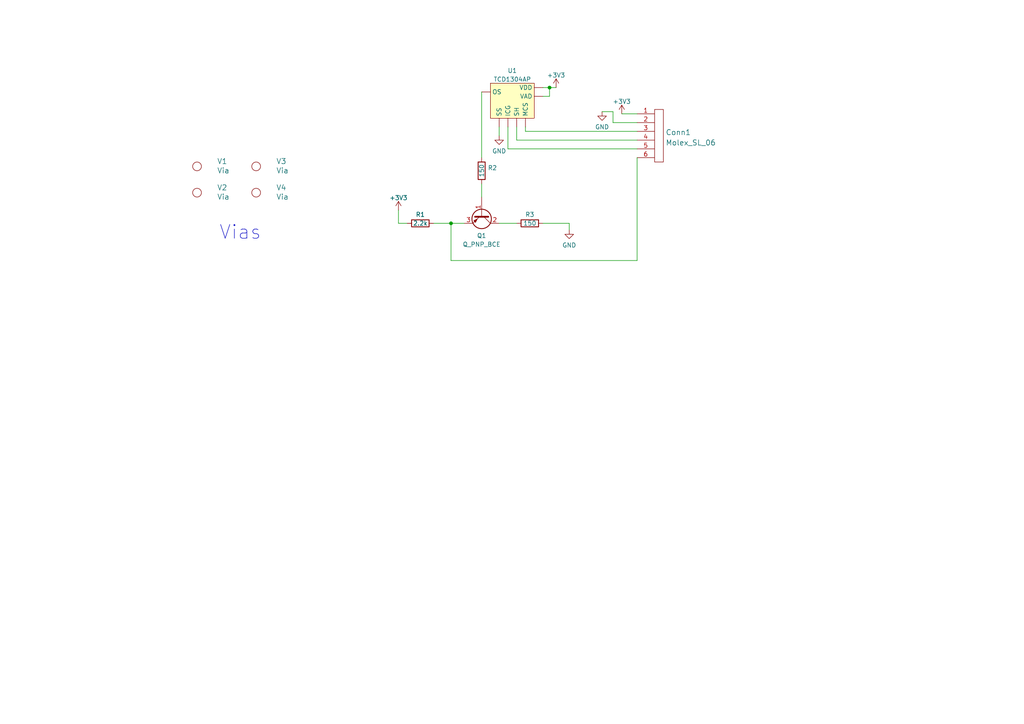
<source format=kicad_sch>
(kicad_sch (version 20211123) (generator eeschema)
  (paper "A4")
  (lib_symbols
    (symbol "Device:Q_PNP_BCE" (pin_names (offset 0) hide)
      (property "Reference" "Q" (at 5.08 1.27 0))
      (property "Value" "Q_PNP_BCE" (at 5.08 -1.27 0))
      (symbol "Q_PNP_BCE_0_1"
        (polyline (pts (xy 0.635 0.635) (xy 2.54 2.54)))
        (polyline (pts (xy 0.635 -0.635) (xy 2.54 -2.54) (xy 2.54 -2.54)))
        (polyline (pts (xy 0.635 1.905) (xy 0.635 -1.905) (xy 0.635 -1.905)) (stroke (width 0.508)))
        (polyline (pts (xy 2.286 -1.778) (xy 1.778 -2.286) (xy 1.27 -1.27) (xy 2.286 -1.778) (xy 2.286 -1.778)) (fill (type outline)))
        (circle (center 1.27 0) (radius 2.8194) (stroke (width 0.254)))
      )
      (symbol "Q_PNP_BCE_1_1"
        (pin input line (at -5.08 0 0) (length 5.715) (name "B") (number "1"))
        (pin passive line (at 2.54 5.08 270) (length 2.54) (name "C") (number "2"))
        (pin passive line (at 2.54 -5.08 90) (length 2.54) (name "E") (number "3"))
      )
    )
    (symbol "Device:R" (pin_numbers hide) (pin_names (offset 0))
      (property "Reference" "R" (at 2.032 0 90))
      (property "Value" "R" (at 0 0 90))
      (symbol "R_0_1"
        (rectangle (start -1.016 -2.54) (end 1.016 2.54) (stroke (width 0.254)))
      )
      (symbol "R_1_1"
        (pin passive line (at 0 3.81 270) (length 1.27) (name "~") (number "1"))
        (pin passive line (at 0 -3.81 90) (length 1.27) (name "~") (number "2"))
      )
    )
    (symbol "MRDT_Drill_Holes:Via" (pin_names (offset 1.016))
      (property "Reference" "V" (at 0 -2.54 0))
      (property "Value" "Via" (at 0 2.54 0))
      (symbol "Via_0_1"
        (circle (center 0 0) (radius 1.27))
      )
      (symbol "Via_1_1"
        (pin input line (at 0 0 0) (length 5.08) hide (name "~") (number "1"))
      )
    )
    (symbol "Molex_SL_06:Molex_SL_06" (pin_names (offset 1.016))
      (property "Reference" "Conn" (at 3.81 -1.27 0))
      (property "Value" "Molex_SL_06" (at 1.27 13.97 0))
      (symbol "Molex_SL_06_0_1"
        (rectangle (start 0 12.7) (end 2.54 -2.54))
      )
      (symbol "Molex_SL_06_1_1"
        (pin input line (at -5.08 11.43 0) (length 5) (name "~") (number "1"))
        (pin input line (at -5.08 8.89 0) (length 5) (name "~") (number "2"))
        (pin input line (at -5.08 6.35 0) (length 5) (name "~") (number "3"))
        (pin input line (at -5.08 3.81 0) (length 5) (name "~") (number "4"))
        (pin input line (at -5.08 1.27 0) (length 5) (name "~") (number "5"))
        (pin input line (at -5.08 -1.27 0) (length 5) (name "") (number "6"))
      )
    )
    (symbol "TCD1304AP:TCD1304AP"
      (property "Reference" "U" (at -7.62 -6.35 0))
      (property "Value" "TCD1304AP" (at -15.24 -3.81 0))
      (symbol "TCD1304AP_0_1"
        (rectangle (start -6.35 5.08) (end 6.35 -5.08) (stroke (width 0.1524)) (fill (type background)))
      )
      (symbol "TCD1304AP_1_1"
        (pin input line (at 1.27 -7.62 90) (length 2.54) (name "ICG") (number ""))
        (pin input line (at -3.81 -7.62 90) (length 2.54) (name "MCS") (number ""))
        (pin output line (at 8.89 2.54 180) (length 2.54) (name "OS") (number ""))
        (pin input line (at -1.27 -7.62 90) (length 2.54) (name "SH") (number ""))
        (pin input line (at 3.81 -7.62 90) (length 2.54) (name "SS") (number ""))
        (pin input line (at -8.89 1.27 0) (length 2.54) (name "VAD") (number ""))
        (pin input line (at -8.89 3.81 0) (length 2.54) (name "VDD") (number ""))
      )
    )
    (symbol "power:+3V3" (power) (pin_names (offset 0))
      (property "Value" "+3V3" (at 0 3.556 0))
      (symbol "+3V3_0_1"
        (polyline (pts (xy -0.762 1.27) (xy 0 2.54)))
        (polyline (pts (xy 0 0) (xy 0 2.54)))
        (polyline (pts (xy 0 2.54) (xy 0.762 1.27)))
      )
      (symbol "+3V3_1_1"
        (pin power_in line (at 0 0 90) (length 0) hide (name "+3V3") (number "1"))
      )
    )
    (symbol "power:GND" (power) (pin_names (offset 0))
      (property "Value" "GND" (at 0 -3.81 0))
      (symbol "GND_0_1"
        (polyline (pts (xy 0 0) (xy 0 -1.27) (xy 1.27 -1.27) (xy 0 -2.54) (xy -1.27 -1.27) (xy 0 -1.27)))
      )
      (symbol "GND_1_1"
        (pin power_in line (at 0 0 270) (length 0) hide (name "GND") (number "1"))
      )
    )
  )
  (junction (at 159.385 25.4))
  (junction (at 130.81 64.77))
  (wire (pts (xy 177.8 35.56) (xy 177.8 32.385)))
  (wire (pts (xy 184.785 40.64) (xy 149.86 40.64)))
  (wire (pts (xy 149.86 40.64) (xy 149.86 36.83)))
  (wire (pts (xy 180.34 33.02) (xy 184.785 33.02)))
  (wire (pts (xy 147.32 43.18) (xy 147.32 36.83)))
  (wire (pts (xy 184.785 35.56) (xy 177.8 35.56)))
  (wire (pts (xy 125.73 64.77) (xy 130.81 64.77)))
  (wire (pts (xy 184.785 38.1) (xy 152.4 38.1)))
  (wire (pts (xy 144.78 64.77) (xy 149.86 64.77)))
  (wire (pts (xy 159.385 27.94) (xy 159.385 25.4)))
  (wire (pts (xy 184.785 75.565) (xy 184.785 45.72)))
  (wire (pts (xy 139.7 45.72) (xy 139.7 26.67)))
  (wire (pts (xy 115.57 60.96) (xy 115.57 64.77)))
  (wire (pts (xy 165.1 64.77) (xy 165.1 66.675)))
  (wire (pts (xy 118.11 64.77) (xy 115.57 64.77)))
  (wire (pts (xy 152.4 38.1) (xy 152.4 36.83)))
  (wire (pts (xy 159.385 25.4) (xy 161.29 25.4)))
  (wire (pts (xy 159.385 27.94) (xy 157.48 27.94)))
  (wire (pts (xy 130.81 64.77) (xy 134.62 64.77)))
  (wire (pts (xy 130.81 64.77) (xy 130.81 75.565)))
  (wire (pts (xy 130.81 75.565) (xy 184.785 75.565)))
  (wire (pts (xy 139.7 53.34) (xy 139.7 57.15)))
  (wire (pts (xy 184.785 43.18) (xy 147.32 43.18)))
  (wire (pts (xy 144.78 36.83) (xy 144.78 39.37)))
  (wire (pts (xy 159.385 25.4) (xy 157.48 25.4)))
  (wire (pts (xy 157.48 64.77) (xy 165.1 64.77)))
  (wire (pts (xy 177.8 32.385) (xy 174.625 32.385)))
  (text "Vias" (at 63.5 69.85 0) (effects (font (size 4 4)) (justify left bottom)))
  (symbol (lib_id "power:+3V3") (at 115.57 60.96 0) (unit 1)
    (property "Reference" "#PWR01" (effects hide))
    (property "Value" "+3V3" (at 115.57 57.3842 0))
  )
  (symbol (lib_id "power:GND") (at 144.78 39.37 0) (unit 1)
    (property "Reference" "#PWR02" (effects hide))
    (property "Value" "GND" (at 144.78 43.8134 0))
  )
  (symbol (lib_id "power:GND") (at 165.1 66.675 0) (unit 1)
    (property "Reference" "#PWR04" (effects hide))
    (property "Value" "GND" (at 165.1 71.1184 0))
  )
  (symbol (lib_id "power:+3V3") (at 161.29 25.4 0) (unit 1)
    (property "Reference" "#PWR03" (effects hide))
    (property "Value" "+3V3" (at 161.29 21.8242 0))
  )
  (symbol (lib_id "Device:R") (at 121.92 64.77 90) (unit 1)
    (property "Reference" "R1" (at 121.92 62.23 90))
    (property "Value" "2.2k" (at 121.92 64.77 90))
  )
  (symbol (lib_id "Device:R") (at 139.7 49.53 0) (unit 1)
    (property "Reference" "R2" (at 141.478 48.6953 0) (effects (justify left)))
    (property "Value" "150" (at 139.7 51.435 90) (effects (justify left)))
  )
  (symbol (lib_id "MRDT_Drill_Holes:Via") (at 74.295 55.88 0) (unit 1)
    (property "Reference" "V4" (at 80.0862 54.4068 0) (effects (font (size 1.524 1.524)) (justify left)))
    (property "Value" "Via" (at 80.0862 57.0992 0) (effects (font (size 1.524 1.524)) (justify left)))
    (property "Footprint" "MRDT_Drill_Holes:4_40_Hole" (effects hide))
  )
  (symbol (lib_id "Device:R") (at 153.67 64.77 90) (unit 1)
    (property "Reference" "R3" (at 153.67 62.23 90))
    (property "Value" "150" (at 153.67 64.77 90))
  )
  (symbol (lib_id "Device:Q_PNP_BCE") (at 139.7 62.23 270) (unit 1)
    (property "Reference" "Q1" (at 139.7 68.3498 90))
    (property "Value" "Q_PNP_BCE" (at 139.7 70.8867 90))
  )
  (symbol (lib_id "MRDT_Drill_Holes:Via") (at 74.295 48.26 0) (unit 1)
    (property "Reference" "V3" (at 80.0862 46.7868 0) (effects (font (size 1.524 1.524)) (justify left)))
    (property "Value" "Via" (at 80.0862 49.4792 0) (effects (font (size 1.524 1.524)) (justify left)))
    (property "Footprint" "MRDT_Drill_Holes:4_40_Hole" (effects hide))
  )
  (symbol (lib_id "power:+3V3") (at 180.34 33.02 0) (unit 1)
    (property "Reference" "#PWR06" (effects hide))
    (property "Value" "+3V3" (at 180.34 29.4442 0))
  )
  (symbol (lib_id "TCD1304AP:TCD1304AP") (at 148.59 29.21 0) (mirror y) (unit 1)
    (property "Reference" "U1" (at 148.59 20.481 0))
    (property "Value" "TCD1304AP" (at 148.59 23.0179 0))
  )
  (symbol (lib_id "MRDT_Drill_Holes:Via") (at 57.15 55.88 0) (unit 1)
    (property "Reference" "V2" (at 62.9412 54.4068 0) (effects (font (size 1.524 1.524)) (justify left)))
    (property "Value" "Via" (at 62.9412 57.0992 0) (effects (font (size 1.524 1.524)) (justify left)))
    (property "Footprint" "MRDT_Drill_Holes:4_40_Hole" (effects hide))
  )
  (symbol (lib_id "power:GND") (at 174.625 32.385 0) (unit 1)
    (property "Reference" "#PWR05" (effects hide))
    (property "Value" "GND" (at 174.625 36.8284 0))
  )
  (symbol (lib_id "MRDT_Drill_Holes:Via") (at 57.15 48.26 0) (unit 1)
    (property "Reference" "V1" (at 62.9412 46.7868 0) (effects (font (size 1.524 1.524)) (justify left)))
    (property "Value" "Via" (at 62.9412 49.4792 0) (effects (font (size 1.524 1.524)) (justify left)))
    (property "Footprint" "MRDT_Drill_Holes:4_40_Hole" (effects hide))
  )
  (symbol (lib_id "Molex_SL_06:Molex_SL_06") (at 189.865 44.45 0) (unit 1)
    (property "Reference" "Conn1" (at 193.04 38.3938 0) (effects (font (size 1.524 1.524)) (justify left)))
    (property "Value" "Molex_SL_06" (at 193.04 41.3872 0) (effects (font (size 1.524 1.524)) (justify left)))
  )
)
</source>
